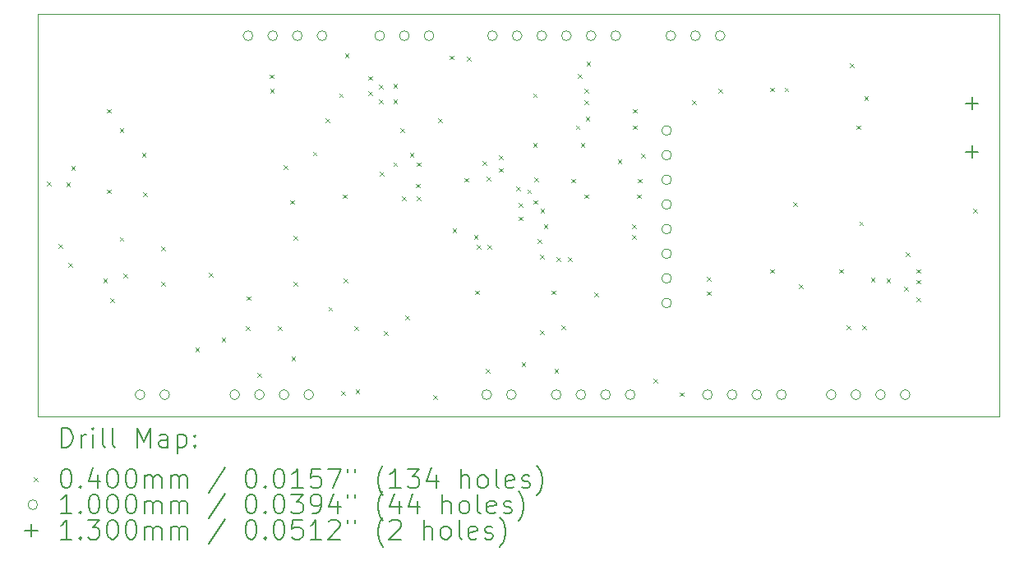
<source format=gbr>
%TF.GenerationSoftware,KiCad,Pcbnew,7.0.2-0*%
%TF.CreationDate,2024-03-04T00:44:29-08:00*%
%TF.ProjectId,EE156_4_Layer,45453135-365f-4345-9f4c-617965722e6b,rev?*%
%TF.SameCoordinates,Original*%
%TF.FileFunction,Drillmap*%
%TF.FilePolarity,Positive*%
%FSLAX45Y45*%
G04 Gerber Fmt 4.5, Leading zero omitted, Abs format (unit mm)*
G04 Created by KiCad (PCBNEW 7.0.2-0) date 2024-03-04 00:44:29*
%MOMM*%
%LPD*%
G01*
G04 APERTURE LIST*
%ADD10C,0.100000*%
%ADD11C,0.200000*%
%ADD12C,0.040000*%
%ADD13C,0.130000*%
G04 APERTURE END LIST*
D10*
X15500000Y-8700000D02*
X25400000Y-8700000D01*
X25400000Y-12850000D01*
X15500000Y-12850000D01*
X15500000Y-8700000D01*
D11*
D12*
X15590000Y-10430000D02*
X15630000Y-10470000D01*
X15630000Y-10430000D02*
X15590000Y-10470000D01*
X15710000Y-11070000D02*
X15750000Y-11110000D01*
X15750000Y-11070000D02*
X15710000Y-11110000D01*
X15790000Y-10440000D02*
X15830000Y-10480000D01*
X15830000Y-10440000D02*
X15790000Y-10480000D01*
X15810000Y-11270000D02*
X15850000Y-11310000D01*
X15850000Y-11270000D02*
X15810000Y-11310000D01*
X15840000Y-10270000D02*
X15880000Y-10310000D01*
X15880000Y-10270000D02*
X15840000Y-10310000D01*
X16170000Y-11430000D02*
X16210000Y-11470000D01*
X16210000Y-11430000D02*
X16170000Y-11470000D01*
X16207500Y-9680000D02*
X16247500Y-9720000D01*
X16247500Y-9680000D02*
X16207500Y-9720000D01*
X16210000Y-10510000D02*
X16250000Y-10550000D01*
X16250000Y-10510000D02*
X16210000Y-10550000D01*
X16240000Y-11630000D02*
X16280000Y-11670000D01*
X16280000Y-11630000D02*
X16240000Y-11670000D01*
X16340000Y-9880000D02*
X16380000Y-9920000D01*
X16380000Y-9880000D02*
X16340000Y-9920000D01*
X16340000Y-11000000D02*
X16380000Y-11040000D01*
X16380000Y-11000000D02*
X16340000Y-11040000D01*
X16380000Y-11380000D02*
X16420000Y-11420000D01*
X16420000Y-11380000D02*
X16380000Y-11420000D01*
X16570000Y-10130000D02*
X16610000Y-10170000D01*
X16610000Y-10130000D02*
X16570000Y-10170000D01*
X16580000Y-10540000D02*
X16620000Y-10580000D01*
X16620000Y-10540000D02*
X16580000Y-10580000D01*
X16770000Y-11100000D02*
X16810000Y-11140000D01*
X16810000Y-11100000D02*
X16770000Y-11140000D01*
X16770000Y-11460000D02*
X16810000Y-11500000D01*
X16810000Y-11460000D02*
X16770000Y-11500000D01*
X17120000Y-12140000D02*
X17160000Y-12180000D01*
X17160000Y-12140000D02*
X17120000Y-12180000D01*
X17260000Y-11370000D02*
X17300000Y-11410000D01*
X17300000Y-11370000D02*
X17260000Y-11410000D01*
X17390000Y-12040000D02*
X17430000Y-12080000D01*
X17430000Y-12040000D02*
X17390000Y-12080000D01*
X17640000Y-11920000D02*
X17680000Y-11960000D01*
X17680000Y-11920000D02*
X17640000Y-11960000D01*
X17650000Y-11610000D02*
X17690000Y-11650000D01*
X17690000Y-11610000D02*
X17650000Y-11650000D01*
X17760000Y-12400000D02*
X17800000Y-12440000D01*
X17800000Y-12400000D02*
X17760000Y-12440000D01*
X17883803Y-9325050D02*
X17923803Y-9365050D01*
X17923803Y-9325050D02*
X17883803Y-9365050D01*
X17890000Y-9470000D02*
X17930000Y-9510000D01*
X17930000Y-9470000D02*
X17890000Y-9510000D01*
X17970000Y-11920000D02*
X18010000Y-11960000D01*
X18010000Y-11920000D02*
X17970000Y-11960000D01*
X18030000Y-10260000D02*
X18070000Y-10300000D01*
X18070000Y-10260000D02*
X18030000Y-10300000D01*
X18100000Y-10620000D02*
X18140000Y-10660000D01*
X18140000Y-10620000D02*
X18100000Y-10660000D01*
X18110000Y-12230000D02*
X18150000Y-12270000D01*
X18150000Y-12230000D02*
X18110000Y-12270000D01*
X18130000Y-10990000D02*
X18170000Y-11030000D01*
X18170000Y-10990000D02*
X18130000Y-11030000D01*
X18130000Y-11460000D02*
X18170000Y-11500000D01*
X18170000Y-11460000D02*
X18130000Y-11500000D01*
X18330000Y-10120000D02*
X18370000Y-10160000D01*
X18370000Y-10120000D02*
X18330000Y-10160000D01*
X18460000Y-9780000D02*
X18500000Y-9820000D01*
X18500000Y-9780000D02*
X18460000Y-9820000D01*
X18490000Y-11720000D02*
X18530000Y-11760000D01*
X18530000Y-11720000D02*
X18490000Y-11760000D01*
X18600000Y-9520000D02*
X18640000Y-9560000D01*
X18640000Y-9520000D02*
X18600000Y-9560000D01*
X18620000Y-12590000D02*
X18660000Y-12630000D01*
X18660000Y-12590000D02*
X18620000Y-12630000D01*
X18640000Y-10560000D02*
X18680000Y-10600000D01*
X18680000Y-10560000D02*
X18640000Y-10600000D01*
X18650000Y-11430000D02*
X18690000Y-11470000D01*
X18690000Y-11430000D02*
X18650000Y-11470000D01*
X18660000Y-9110000D02*
X18700000Y-9150000D01*
X18700000Y-9110000D02*
X18660000Y-9150000D01*
X18760000Y-11920000D02*
X18800000Y-11960000D01*
X18800000Y-11920000D02*
X18760000Y-11960000D01*
X18770000Y-12570000D02*
X18810000Y-12610000D01*
X18810000Y-12570000D02*
X18770000Y-12610000D01*
X18900000Y-9340000D02*
X18940000Y-9380000D01*
X18940000Y-9340000D02*
X18900000Y-9380000D01*
X18900000Y-9500000D02*
X18940000Y-9540000D01*
X18940000Y-9500000D02*
X18900000Y-9540000D01*
X19010000Y-9430000D02*
X19050000Y-9470000D01*
X19050000Y-9430000D02*
X19010000Y-9470000D01*
X19010000Y-9580000D02*
X19050000Y-9620000D01*
X19050000Y-9580000D02*
X19010000Y-9620000D01*
X19020000Y-10330000D02*
X19060000Y-10370000D01*
X19060000Y-10330000D02*
X19020000Y-10370000D01*
X19060000Y-11970000D02*
X19100000Y-12010000D01*
X19100000Y-11970000D02*
X19060000Y-12010000D01*
X19160000Y-9420000D02*
X19200000Y-9460000D01*
X19200000Y-9420000D02*
X19160000Y-9460000D01*
X19160000Y-9580000D02*
X19200000Y-9620000D01*
X19200000Y-9580000D02*
X19160000Y-9620000D01*
X19160000Y-10230000D02*
X19200000Y-10270000D01*
X19200000Y-10230000D02*
X19160000Y-10270000D01*
X19232500Y-9877500D02*
X19272500Y-9917500D01*
X19272500Y-9877500D02*
X19232500Y-9917500D01*
X19250000Y-10580000D02*
X19290000Y-10620000D01*
X19290000Y-10580000D02*
X19250000Y-10620000D01*
X19280000Y-11810000D02*
X19320000Y-11850000D01*
X19320000Y-11810000D02*
X19280000Y-11850000D01*
X19330000Y-10130000D02*
X19370000Y-10170000D01*
X19370000Y-10130000D02*
X19330000Y-10170000D01*
X19390000Y-10450000D02*
X19430000Y-10490000D01*
X19430000Y-10450000D02*
X19390000Y-10490000D01*
X19400000Y-10230000D02*
X19440000Y-10270000D01*
X19440000Y-10230000D02*
X19400000Y-10270000D01*
X19400000Y-10580000D02*
X19440000Y-10620000D01*
X19440000Y-10580000D02*
X19400000Y-10620000D01*
X19570000Y-12630000D02*
X19610000Y-12670000D01*
X19610000Y-12630000D02*
X19570000Y-12670000D01*
X19620000Y-9780000D02*
X19660000Y-9820000D01*
X19660000Y-9780000D02*
X19620000Y-9820000D01*
X19740000Y-9130000D02*
X19780000Y-9170000D01*
X19780000Y-9130000D02*
X19740000Y-9170000D01*
X19770000Y-10910000D02*
X19810000Y-10950000D01*
X19810000Y-10910000D02*
X19770000Y-10950000D01*
X19890000Y-10390000D02*
X19930000Y-10430000D01*
X19930000Y-10390000D02*
X19890000Y-10430000D01*
X19920000Y-9140000D02*
X19960000Y-9180000D01*
X19960000Y-9140000D02*
X19920000Y-9180000D01*
X19990000Y-10980000D02*
X20030000Y-11020000D01*
X20030000Y-10980000D02*
X19990000Y-11020000D01*
X20000000Y-11550000D02*
X20040000Y-11590000D01*
X20040000Y-11550000D02*
X20000000Y-11590000D01*
X20020000Y-11080000D02*
X20060000Y-11120000D01*
X20060000Y-11080000D02*
X20020000Y-11120000D01*
X20080000Y-10220000D02*
X20120000Y-10260000D01*
X20120000Y-10220000D02*
X20080000Y-10260000D01*
X20110000Y-12360000D02*
X20150000Y-12400000D01*
X20150000Y-12360000D02*
X20110000Y-12400000D01*
X20120000Y-10380000D02*
X20160000Y-10420000D01*
X20160000Y-10380000D02*
X20120000Y-10420000D01*
X20130000Y-11080000D02*
X20170000Y-11120000D01*
X20170000Y-11080000D02*
X20130000Y-11120000D01*
X20250000Y-10160000D02*
X20290000Y-10200000D01*
X20290000Y-10160000D02*
X20250000Y-10200000D01*
X20250000Y-10290000D02*
X20290000Y-10330000D01*
X20290000Y-10290000D02*
X20250000Y-10330000D01*
X20425179Y-10478393D02*
X20465179Y-10518393D01*
X20465179Y-10478393D02*
X20425179Y-10518393D01*
X20450000Y-10650000D02*
X20490000Y-10690000D01*
X20490000Y-10650000D02*
X20450000Y-10690000D01*
X20450000Y-10790000D02*
X20490000Y-10830000D01*
X20490000Y-10790000D02*
X20450000Y-10830000D01*
X20480000Y-12290000D02*
X20520000Y-12330000D01*
X20520000Y-12290000D02*
X20480000Y-12330000D01*
X20540000Y-10510000D02*
X20580000Y-10550000D01*
X20580000Y-10510000D02*
X20540000Y-10550000D01*
X20600000Y-9520000D02*
X20640000Y-9560000D01*
X20640000Y-9520000D02*
X20600000Y-9560000D01*
X20600000Y-10030000D02*
X20640000Y-10070000D01*
X20640000Y-10030000D02*
X20600000Y-10070000D01*
X20602400Y-10619712D02*
X20642400Y-10659712D01*
X20642400Y-10619712D02*
X20602400Y-10659712D01*
X20612372Y-10388006D02*
X20652372Y-10428006D01*
X20652372Y-10388006D02*
X20612372Y-10428006D01*
X20647350Y-11020000D02*
X20687350Y-11060000D01*
X20687350Y-11020000D02*
X20647350Y-11060000D01*
X20670000Y-11180000D02*
X20710000Y-11220000D01*
X20710000Y-11180000D02*
X20670000Y-11220000D01*
X20670000Y-11960000D02*
X20710000Y-12000000D01*
X20710000Y-11960000D02*
X20670000Y-12000000D01*
X20674850Y-10710000D02*
X20714850Y-10750000D01*
X20714850Y-10710000D02*
X20674850Y-10750000D01*
X20710000Y-10870000D02*
X20750000Y-10910000D01*
X20750000Y-10870000D02*
X20710000Y-10910000D01*
X20790000Y-11550000D02*
X20830000Y-11590000D01*
X20830000Y-11550000D02*
X20790000Y-11590000D01*
X20820000Y-12360000D02*
X20860000Y-12400000D01*
X20860000Y-12360000D02*
X20820000Y-12400000D01*
X20840000Y-11210000D02*
X20880000Y-11250000D01*
X20880000Y-11210000D02*
X20840000Y-11250000D01*
X20890000Y-11910000D02*
X20930000Y-11950000D01*
X20930000Y-11910000D02*
X20890000Y-11950000D01*
X20960000Y-11210000D02*
X21000000Y-11250000D01*
X21000000Y-11210000D02*
X20960000Y-11250000D01*
X20990000Y-10400000D02*
X21030000Y-10440000D01*
X21030000Y-10400000D02*
X20990000Y-10440000D01*
X21040000Y-9850000D02*
X21080000Y-9890000D01*
X21080000Y-9850000D02*
X21040000Y-9890000D01*
X21060000Y-9320000D02*
X21100000Y-9360000D01*
X21100000Y-9320000D02*
X21060000Y-9360000D01*
X21090000Y-10030000D02*
X21130000Y-10070000D01*
X21130000Y-10030000D02*
X21090000Y-10070000D01*
X21130000Y-9470000D02*
X21170000Y-9510000D01*
X21170000Y-9470000D02*
X21130000Y-9510000D01*
X21130000Y-9590000D02*
X21170000Y-9630000D01*
X21170000Y-9590000D02*
X21130000Y-9630000D01*
X21130000Y-10560000D02*
X21170000Y-10600000D01*
X21170000Y-10560000D02*
X21130000Y-10600000D01*
X21140000Y-9760000D02*
X21180000Y-9800000D01*
X21180000Y-9760000D02*
X21140000Y-9800000D01*
X21150000Y-9190000D02*
X21190000Y-9230000D01*
X21190000Y-9190000D02*
X21150000Y-9230000D01*
X21230000Y-11570000D02*
X21270000Y-11610000D01*
X21270000Y-11570000D02*
X21230000Y-11610000D01*
X21470000Y-10200000D02*
X21510000Y-10240000D01*
X21510000Y-10200000D02*
X21470000Y-10240000D01*
X21620000Y-10870000D02*
X21660000Y-10910000D01*
X21660000Y-10870000D02*
X21620000Y-10910000D01*
X21620000Y-10980000D02*
X21660000Y-11020000D01*
X21660000Y-10980000D02*
X21620000Y-11020000D01*
X21630000Y-9680000D02*
X21670000Y-9720000D01*
X21670000Y-9680000D02*
X21630000Y-9720000D01*
X21630000Y-9850000D02*
X21670000Y-9890000D01*
X21670000Y-9850000D02*
X21630000Y-9890000D01*
X21670000Y-10560000D02*
X21710000Y-10600000D01*
X21710000Y-10560000D02*
X21670000Y-10600000D01*
X21680000Y-10400000D02*
X21720000Y-10440000D01*
X21720000Y-10400000D02*
X21680000Y-10440000D01*
X21710000Y-10140000D02*
X21750000Y-10180000D01*
X21750000Y-10140000D02*
X21710000Y-10180000D01*
X21840000Y-12460000D02*
X21880000Y-12500000D01*
X21880000Y-12460000D02*
X21840000Y-12500000D01*
X22110000Y-12600000D02*
X22150000Y-12640000D01*
X22150000Y-12600000D02*
X22110000Y-12640000D01*
X22240000Y-9590000D02*
X22280000Y-9630000D01*
X22280000Y-9590000D02*
X22240000Y-9630000D01*
X22390000Y-11410000D02*
X22430000Y-11450000D01*
X22430000Y-11410000D02*
X22390000Y-11450000D01*
X22390000Y-11560000D02*
X22430000Y-11600000D01*
X22430000Y-11560000D02*
X22390000Y-11600000D01*
X22510000Y-9470000D02*
X22550000Y-9510000D01*
X22550000Y-9470000D02*
X22510000Y-9510000D01*
X23040000Y-9460000D02*
X23080000Y-9500000D01*
X23080000Y-9460000D02*
X23040000Y-9500000D01*
X23040000Y-11330000D02*
X23080000Y-11370000D01*
X23080000Y-11330000D02*
X23040000Y-11370000D01*
X23190000Y-9460000D02*
X23230000Y-9500000D01*
X23230000Y-9460000D02*
X23190000Y-9500000D01*
X23280000Y-10640000D02*
X23320000Y-10680000D01*
X23320000Y-10640000D02*
X23280000Y-10680000D01*
X23340000Y-11490000D02*
X23380000Y-11530000D01*
X23380000Y-11490000D02*
X23340000Y-11530000D01*
X23750000Y-11330000D02*
X23790000Y-11370000D01*
X23790000Y-11330000D02*
X23750000Y-11370000D01*
X23830000Y-11910000D02*
X23870000Y-11950000D01*
X23870000Y-11910000D02*
X23830000Y-11950000D01*
X23860000Y-9210000D02*
X23900000Y-9250000D01*
X23900000Y-9210000D02*
X23860000Y-9250000D01*
X23930000Y-9850000D02*
X23970000Y-9890000D01*
X23970000Y-9850000D02*
X23930000Y-9890000D01*
X23960000Y-10840000D02*
X24000000Y-10880000D01*
X24000000Y-10840000D02*
X23960000Y-10880000D01*
X23990000Y-11910000D02*
X24030000Y-11950000D01*
X24030000Y-11910000D02*
X23990000Y-11950000D01*
X24010000Y-9550000D02*
X24050000Y-9590000D01*
X24050000Y-9550000D02*
X24010000Y-9590000D01*
X24080000Y-11420000D02*
X24120000Y-11460000D01*
X24120000Y-11420000D02*
X24080000Y-11460000D01*
X24240000Y-11430000D02*
X24280000Y-11470000D01*
X24280000Y-11430000D02*
X24240000Y-11470000D01*
X24420000Y-11510000D02*
X24460000Y-11550000D01*
X24460000Y-11510000D02*
X24420000Y-11550000D01*
X24440000Y-11160000D02*
X24480000Y-11200000D01*
X24480000Y-11160000D02*
X24440000Y-11200000D01*
X24550000Y-11330000D02*
X24590000Y-11370000D01*
X24590000Y-11330000D02*
X24550000Y-11370000D01*
X24550000Y-11440000D02*
X24590000Y-11480000D01*
X24590000Y-11440000D02*
X24550000Y-11480000D01*
X24550000Y-11620000D02*
X24590000Y-11660000D01*
X24590000Y-11620000D02*
X24550000Y-11660000D01*
X25130000Y-10710000D02*
X25170000Y-10750000D01*
X25170000Y-10710000D02*
X25130000Y-10750000D01*
D10*
X16600000Y-12625000D02*
G75*
G03*
X16600000Y-12625000I-50000J0D01*
G01*
X16854000Y-12625000D02*
G75*
G03*
X16854000Y-12625000I-50000J0D01*
G01*
X17575000Y-12625000D02*
G75*
G03*
X17575000Y-12625000I-50000J0D01*
G01*
X17713000Y-8925000D02*
G75*
G03*
X17713000Y-8925000I-50000J0D01*
G01*
X17829000Y-12625000D02*
G75*
G03*
X17829000Y-12625000I-50000J0D01*
G01*
X17967000Y-8925000D02*
G75*
G03*
X17967000Y-8925000I-50000J0D01*
G01*
X18083000Y-12625000D02*
G75*
G03*
X18083000Y-12625000I-50000J0D01*
G01*
X18221000Y-8925000D02*
G75*
G03*
X18221000Y-8925000I-50000J0D01*
G01*
X18337000Y-12625000D02*
G75*
G03*
X18337000Y-12625000I-50000J0D01*
G01*
X18475000Y-8925000D02*
G75*
G03*
X18475000Y-8925000I-50000J0D01*
G01*
X19069500Y-8925000D02*
G75*
G03*
X19069500Y-8925000I-50000J0D01*
G01*
X19323500Y-8925000D02*
G75*
G03*
X19323500Y-8925000I-50000J0D01*
G01*
X19577500Y-8925000D02*
G75*
G03*
X19577500Y-8925000I-50000J0D01*
G01*
X20171000Y-12625000D02*
G75*
G03*
X20171000Y-12625000I-50000J0D01*
G01*
X20230000Y-8925000D02*
G75*
G03*
X20230000Y-8925000I-50000J0D01*
G01*
X20425000Y-12625000D02*
G75*
G03*
X20425000Y-12625000I-50000J0D01*
G01*
X20484000Y-8925000D02*
G75*
G03*
X20484000Y-8925000I-50000J0D01*
G01*
X20738000Y-8925000D02*
G75*
G03*
X20738000Y-8925000I-50000J0D01*
G01*
X20888000Y-12625000D02*
G75*
G03*
X20888000Y-12625000I-50000J0D01*
G01*
X20992000Y-8925000D02*
G75*
G03*
X20992000Y-8925000I-50000J0D01*
G01*
X21142000Y-12625000D02*
G75*
G03*
X21142000Y-12625000I-50000J0D01*
G01*
X21246000Y-8925000D02*
G75*
G03*
X21246000Y-8925000I-50000J0D01*
G01*
X21396000Y-12625000D02*
G75*
G03*
X21396000Y-12625000I-50000J0D01*
G01*
X21500000Y-8925000D02*
G75*
G03*
X21500000Y-8925000I-50000J0D01*
G01*
X21650000Y-12625000D02*
G75*
G03*
X21650000Y-12625000I-50000J0D01*
G01*
X22025000Y-9901000D02*
G75*
G03*
X22025000Y-9901000I-50000J0D01*
G01*
X22025000Y-10155000D02*
G75*
G03*
X22025000Y-10155000I-50000J0D01*
G01*
X22025000Y-10409000D02*
G75*
G03*
X22025000Y-10409000I-50000J0D01*
G01*
X22025000Y-10663000D02*
G75*
G03*
X22025000Y-10663000I-50000J0D01*
G01*
X22025000Y-10917000D02*
G75*
G03*
X22025000Y-10917000I-50000J0D01*
G01*
X22025000Y-11171000D02*
G75*
G03*
X22025000Y-11171000I-50000J0D01*
G01*
X22025000Y-11425000D02*
G75*
G03*
X22025000Y-11425000I-50000J0D01*
G01*
X22025000Y-11679000D02*
G75*
G03*
X22025000Y-11679000I-50000J0D01*
G01*
X22067000Y-8925000D02*
G75*
G03*
X22067000Y-8925000I-50000J0D01*
G01*
X22321000Y-8925000D02*
G75*
G03*
X22321000Y-8925000I-50000J0D01*
G01*
X22446000Y-12625000D02*
G75*
G03*
X22446000Y-12625000I-50000J0D01*
G01*
X22575000Y-8925000D02*
G75*
G03*
X22575000Y-8925000I-50000J0D01*
G01*
X22700000Y-12625000D02*
G75*
G03*
X22700000Y-12625000I-50000J0D01*
G01*
X22954000Y-12625000D02*
G75*
G03*
X22954000Y-12625000I-50000J0D01*
G01*
X23208000Y-12625000D02*
G75*
G03*
X23208000Y-12625000I-50000J0D01*
G01*
X23721000Y-12625000D02*
G75*
G03*
X23721000Y-12625000I-50000J0D01*
G01*
X23975000Y-12625000D02*
G75*
G03*
X23975000Y-12625000I-50000J0D01*
G01*
X24229000Y-12625000D02*
G75*
G03*
X24229000Y-12625000I-50000J0D01*
G01*
X24483000Y-12625000D02*
G75*
G03*
X24483000Y-12625000I-50000J0D01*
G01*
D13*
X25120000Y-9555000D02*
X25120000Y-9685000D01*
X25055000Y-9620000D02*
X25185000Y-9620000D01*
X25120000Y-10055000D02*
X25120000Y-10185000D01*
X25055000Y-10120000D02*
X25185000Y-10120000D01*
D11*
X15742619Y-13167524D02*
X15742619Y-12967524D01*
X15742619Y-12967524D02*
X15790238Y-12967524D01*
X15790238Y-12967524D02*
X15818809Y-12977048D01*
X15818809Y-12977048D02*
X15837857Y-12996095D01*
X15837857Y-12996095D02*
X15847381Y-13015143D01*
X15847381Y-13015143D02*
X15856905Y-13053238D01*
X15856905Y-13053238D02*
X15856905Y-13081809D01*
X15856905Y-13081809D02*
X15847381Y-13119905D01*
X15847381Y-13119905D02*
X15837857Y-13138952D01*
X15837857Y-13138952D02*
X15818809Y-13158000D01*
X15818809Y-13158000D02*
X15790238Y-13167524D01*
X15790238Y-13167524D02*
X15742619Y-13167524D01*
X15942619Y-13167524D02*
X15942619Y-13034190D01*
X15942619Y-13072286D02*
X15952143Y-13053238D01*
X15952143Y-13053238D02*
X15961667Y-13043714D01*
X15961667Y-13043714D02*
X15980714Y-13034190D01*
X15980714Y-13034190D02*
X15999762Y-13034190D01*
X16066428Y-13167524D02*
X16066428Y-13034190D01*
X16066428Y-12967524D02*
X16056905Y-12977048D01*
X16056905Y-12977048D02*
X16066428Y-12986571D01*
X16066428Y-12986571D02*
X16075952Y-12977048D01*
X16075952Y-12977048D02*
X16066428Y-12967524D01*
X16066428Y-12967524D02*
X16066428Y-12986571D01*
X16190238Y-13167524D02*
X16171190Y-13158000D01*
X16171190Y-13158000D02*
X16161667Y-13138952D01*
X16161667Y-13138952D02*
X16161667Y-12967524D01*
X16295000Y-13167524D02*
X16275952Y-13158000D01*
X16275952Y-13158000D02*
X16266428Y-13138952D01*
X16266428Y-13138952D02*
X16266428Y-12967524D01*
X16523571Y-13167524D02*
X16523571Y-12967524D01*
X16523571Y-12967524D02*
X16590238Y-13110381D01*
X16590238Y-13110381D02*
X16656905Y-12967524D01*
X16656905Y-12967524D02*
X16656905Y-13167524D01*
X16837857Y-13167524D02*
X16837857Y-13062762D01*
X16837857Y-13062762D02*
X16828333Y-13043714D01*
X16828333Y-13043714D02*
X16809286Y-13034190D01*
X16809286Y-13034190D02*
X16771190Y-13034190D01*
X16771190Y-13034190D02*
X16752143Y-13043714D01*
X16837857Y-13158000D02*
X16818810Y-13167524D01*
X16818810Y-13167524D02*
X16771190Y-13167524D01*
X16771190Y-13167524D02*
X16752143Y-13158000D01*
X16752143Y-13158000D02*
X16742619Y-13138952D01*
X16742619Y-13138952D02*
X16742619Y-13119905D01*
X16742619Y-13119905D02*
X16752143Y-13100857D01*
X16752143Y-13100857D02*
X16771190Y-13091333D01*
X16771190Y-13091333D02*
X16818810Y-13091333D01*
X16818810Y-13091333D02*
X16837857Y-13081809D01*
X16933095Y-13034190D02*
X16933095Y-13234190D01*
X16933095Y-13043714D02*
X16952143Y-13034190D01*
X16952143Y-13034190D02*
X16990238Y-13034190D01*
X16990238Y-13034190D02*
X17009286Y-13043714D01*
X17009286Y-13043714D02*
X17018810Y-13053238D01*
X17018810Y-13053238D02*
X17028333Y-13072286D01*
X17028333Y-13072286D02*
X17028333Y-13129428D01*
X17028333Y-13129428D02*
X17018810Y-13148476D01*
X17018810Y-13148476D02*
X17009286Y-13158000D01*
X17009286Y-13158000D02*
X16990238Y-13167524D01*
X16990238Y-13167524D02*
X16952143Y-13167524D01*
X16952143Y-13167524D02*
X16933095Y-13158000D01*
X17114048Y-13148476D02*
X17123571Y-13158000D01*
X17123571Y-13158000D02*
X17114048Y-13167524D01*
X17114048Y-13167524D02*
X17104524Y-13158000D01*
X17104524Y-13158000D02*
X17114048Y-13148476D01*
X17114048Y-13148476D02*
X17114048Y-13167524D01*
X17114048Y-13043714D02*
X17123571Y-13053238D01*
X17123571Y-13053238D02*
X17114048Y-13062762D01*
X17114048Y-13062762D02*
X17104524Y-13053238D01*
X17104524Y-13053238D02*
X17114048Y-13043714D01*
X17114048Y-13043714D02*
X17114048Y-13062762D01*
D12*
X15455000Y-13475000D02*
X15495000Y-13515000D01*
X15495000Y-13475000D02*
X15455000Y-13515000D01*
D11*
X15780714Y-13387524D02*
X15799762Y-13387524D01*
X15799762Y-13387524D02*
X15818809Y-13397048D01*
X15818809Y-13397048D02*
X15828333Y-13406571D01*
X15828333Y-13406571D02*
X15837857Y-13425619D01*
X15837857Y-13425619D02*
X15847381Y-13463714D01*
X15847381Y-13463714D02*
X15847381Y-13511333D01*
X15847381Y-13511333D02*
X15837857Y-13549428D01*
X15837857Y-13549428D02*
X15828333Y-13568476D01*
X15828333Y-13568476D02*
X15818809Y-13578000D01*
X15818809Y-13578000D02*
X15799762Y-13587524D01*
X15799762Y-13587524D02*
X15780714Y-13587524D01*
X15780714Y-13587524D02*
X15761667Y-13578000D01*
X15761667Y-13578000D02*
X15752143Y-13568476D01*
X15752143Y-13568476D02*
X15742619Y-13549428D01*
X15742619Y-13549428D02*
X15733095Y-13511333D01*
X15733095Y-13511333D02*
X15733095Y-13463714D01*
X15733095Y-13463714D02*
X15742619Y-13425619D01*
X15742619Y-13425619D02*
X15752143Y-13406571D01*
X15752143Y-13406571D02*
X15761667Y-13397048D01*
X15761667Y-13397048D02*
X15780714Y-13387524D01*
X15933095Y-13568476D02*
X15942619Y-13578000D01*
X15942619Y-13578000D02*
X15933095Y-13587524D01*
X15933095Y-13587524D02*
X15923571Y-13578000D01*
X15923571Y-13578000D02*
X15933095Y-13568476D01*
X15933095Y-13568476D02*
X15933095Y-13587524D01*
X16114048Y-13454190D02*
X16114048Y-13587524D01*
X16066428Y-13378000D02*
X16018809Y-13520857D01*
X16018809Y-13520857D02*
X16142619Y-13520857D01*
X16256905Y-13387524D02*
X16275952Y-13387524D01*
X16275952Y-13387524D02*
X16295000Y-13397048D01*
X16295000Y-13397048D02*
X16304524Y-13406571D01*
X16304524Y-13406571D02*
X16314048Y-13425619D01*
X16314048Y-13425619D02*
X16323571Y-13463714D01*
X16323571Y-13463714D02*
X16323571Y-13511333D01*
X16323571Y-13511333D02*
X16314048Y-13549428D01*
X16314048Y-13549428D02*
X16304524Y-13568476D01*
X16304524Y-13568476D02*
X16295000Y-13578000D01*
X16295000Y-13578000D02*
X16275952Y-13587524D01*
X16275952Y-13587524D02*
X16256905Y-13587524D01*
X16256905Y-13587524D02*
X16237857Y-13578000D01*
X16237857Y-13578000D02*
X16228333Y-13568476D01*
X16228333Y-13568476D02*
X16218809Y-13549428D01*
X16218809Y-13549428D02*
X16209286Y-13511333D01*
X16209286Y-13511333D02*
X16209286Y-13463714D01*
X16209286Y-13463714D02*
X16218809Y-13425619D01*
X16218809Y-13425619D02*
X16228333Y-13406571D01*
X16228333Y-13406571D02*
X16237857Y-13397048D01*
X16237857Y-13397048D02*
X16256905Y-13387524D01*
X16447381Y-13387524D02*
X16466429Y-13387524D01*
X16466429Y-13387524D02*
X16485476Y-13397048D01*
X16485476Y-13397048D02*
X16495000Y-13406571D01*
X16495000Y-13406571D02*
X16504524Y-13425619D01*
X16504524Y-13425619D02*
X16514048Y-13463714D01*
X16514048Y-13463714D02*
X16514048Y-13511333D01*
X16514048Y-13511333D02*
X16504524Y-13549428D01*
X16504524Y-13549428D02*
X16495000Y-13568476D01*
X16495000Y-13568476D02*
X16485476Y-13578000D01*
X16485476Y-13578000D02*
X16466429Y-13587524D01*
X16466429Y-13587524D02*
X16447381Y-13587524D01*
X16447381Y-13587524D02*
X16428333Y-13578000D01*
X16428333Y-13578000D02*
X16418809Y-13568476D01*
X16418809Y-13568476D02*
X16409286Y-13549428D01*
X16409286Y-13549428D02*
X16399762Y-13511333D01*
X16399762Y-13511333D02*
X16399762Y-13463714D01*
X16399762Y-13463714D02*
X16409286Y-13425619D01*
X16409286Y-13425619D02*
X16418809Y-13406571D01*
X16418809Y-13406571D02*
X16428333Y-13397048D01*
X16428333Y-13397048D02*
X16447381Y-13387524D01*
X16599762Y-13587524D02*
X16599762Y-13454190D01*
X16599762Y-13473238D02*
X16609286Y-13463714D01*
X16609286Y-13463714D02*
X16628333Y-13454190D01*
X16628333Y-13454190D02*
X16656905Y-13454190D01*
X16656905Y-13454190D02*
X16675952Y-13463714D01*
X16675952Y-13463714D02*
X16685476Y-13482762D01*
X16685476Y-13482762D02*
X16685476Y-13587524D01*
X16685476Y-13482762D02*
X16695000Y-13463714D01*
X16695000Y-13463714D02*
X16714048Y-13454190D01*
X16714048Y-13454190D02*
X16742619Y-13454190D01*
X16742619Y-13454190D02*
X16761667Y-13463714D01*
X16761667Y-13463714D02*
X16771190Y-13482762D01*
X16771190Y-13482762D02*
X16771190Y-13587524D01*
X16866429Y-13587524D02*
X16866429Y-13454190D01*
X16866429Y-13473238D02*
X16875952Y-13463714D01*
X16875952Y-13463714D02*
X16895000Y-13454190D01*
X16895000Y-13454190D02*
X16923572Y-13454190D01*
X16923572Y-13454190D02*
X16942619Y-13463714D01*
X16942619Y-13463714D02*
X16952143Y-13482762D01*
X16952143Y-13482762D02*
X16952143Y-13587524D01*
X16952143Y-13482762D02*
X16961667Y-13463714D01*
X16961667Y-13463714D02*
X16980714Y-13454190D01*
X16980714Y-13454190D02*
X17009286Y-13454190D01*
X17009286Y-13454190D02*
X17028333Y-13463714D01*
X17028333Y-13463714D02*
X17037857Y-13482762D01*
X17037857Y-13482762D02*
X17037857Y-13587524D01*
X17428333Y-13378000D02*
X17256905Y-13635143D01*
X17685476Y-13387524D02*
X17704524Y-13387524D01*
X17704524Y-13387524D02*
X17723572Y-13397048D01*
X17723572Y-13397048D02*
X17733095Y-13406571D01*
X17733095Y-13406571D02*
X17742619Y-13425619D01*
X17742619Y-13425619D02*
X17752143Y-13463714D01*
X17752143Y-13463714D02*
X17752143Y-13511333D01*
X17752143Y-13511333D02*
X17742619Y-13549428D01*
X17742619Y-13549428D02*
X17733095Y-13568476D01*
X17733095Y-13568476D02*
X17723572Y-13578000D01*
X17723572Y-13578000D02*
X17704524Y-13587524D01*
X17704524Y-13587524D02*
X17685476Y-13587524D01*
X17685476Y-13587524D02*
X17666429Y-13578000D01*
X17666429Y-13578000D02*
X17656905Y-13568476D01*
X17656905Y-13568476D02*
X17647381Y-13549428D01*
X17647381Y-13549428D02*
X17637857Y-13511333D01*
X17637857Y-13511333D02*
X17637857Y-13463714D01*
X17637857Y-13463714D02*
X17647381Y-13425619D01*
X17647381Y-13425619D02*
X17656905Y-13406571D01*
X17656905Y-13406571D02*
X17666429Y-13397048D01*
X17666429Y-13397048D02*
X17685476Y-13387524D01*
X17837857Y-13568476D02*
X17847381Y-13578000D01*
X17847381Y-13578000D02*
X17837857Y-13587524D01*
X17837857Y-13587524D02*
X17828334Y-13578000D01*
X17828334Y-13578000D02*
X17837857Y-13568476D01*
X17837857Y-13568476D02*
X17837857Y-13587524D01*
X17971191Y-13387524D02*
X17990238Y-13387524D01*
X17990238Y-13387524D02*
X18009286Y-13397048D01*
X18009286Y-13397048D02*
X18018810Y-13406571D01*
X18018810Y-13406571D02*
X18028334Y-13425619D01*
X18028334Y-13425619D02*
X18037857Y-13463714D01*
X18037857Y-13463714D02*
X18037857Y-13511333D01*
X18037857Y-13511333D02*
X18028334Y-13549428D01*
X18028334Y-13549428D02*
X18018810Y-13568476D01*
X18018810Y-13568476D02*
X18009286Y-13578000D01*
X18009286Y-13578000D02*
X17990238Y-13587524D01*
X17990238Y-13587524D02*
X17971191Y-13587524D01*
X17971191Y-13587524D02*
X17952143Y-13578000D01*
X17952143Y-13578000D02*
X17942619Y-13568476D01*
X17942619Y-13568476D02*
X17933095Y-13549428D01*
X17933095Y-13549428D02*
X17923572Y-13511333D01*
X17923572Y-13511333D02*
X17923572Y-13463714D01*
X17923572Y-13463714D02*
X17933095Y-13425619D01*
X17933095Y-13425619D02*
X17942619Y-13406571D01*
X17942619Y-13406571D02*
X17952143Y-13397048D01*
X17952143Y-13397048D02*
X17971191Y-13387524D01*
X18228334Y-13587524D02*
X18114048Y-13587524D01*
X18171191Y-13587524D02*
X18171191Y-13387524D01*
X18171191Y-13387524D02*
X18152143Y-13416095D01*
X18152143Y-13416095D02*
X18133095Y-13435143D01*
X18133095Y-13435143D02*
X18114048Y-13444667D01*
X18409286Y-13387524D02*
X18314048Y-13387524D01*
X18314048Y-13387524D02*
X18304524Y-13482762D01*
X18304524Y-13482762D02*
X18314048Y-13473238D01*
X18314048Y-13473238D02*
X18333095Y-13463714D01*
X18333095Y-13463714D02*
X18380715Y-13463714D01*
X18380715Y-13463714D02*
X18399762Y-13473238D01*
X18399762Y-13473238D02*
X18409286Y-13482762D01*
X18409286Y-13482762D02*
X18418810Y-13501809D01*
X18418810Y-13501809D02*
X18418810Y-13549428D01*
X18418810Y-13549428D02*
X18409286Y-13568476D01*
X18409286Y-13568476D02*
X18399762Y-13578000D01*
X18399762Y-13578000D02*
X18380715Y-13587524D01*
X18380715Y-13587524D02*
X18333095Y-13587524D01*
X18333095Y-13587524D02*
X18314048Y-13578000D01*
X18314048Y-13578000D02*
X18304524Y-13568476D01*
X18485476Y-13387524D02*
X18618810Y-13387524D01*
X18618810Y-13387524D02*
X18533095Y-13587524D01*
X18685476Y-13387524D02*
X18685476Y-13425619D01*
X18761667Y-13387524D02*
X18761667Y-13425619D01*
X19056905Y-13663714D02*
X19047381Y-13654190D01*
X19047381Y-13654190D02*
X19028334Y-13625619D01*
X19028334Y-13625619D02*
X19018810Y-13606571D01*
X19018810Y-13606571D02*
X19009286Y-13578000D01*
X19009286Y-13578000D02*
X18999762Y-13530381D01*
X18999762Y-13530381D02*
X18999762Y-13492286D01*
X18999762Y-13492286D02*
X19009286Y-13444667D01*
X19009286Y-13444667D02*
X19018810Y-13416095D01*
X19018810Y-13416095D02*
X19028334Y-13397048D01*
X19028334Y-13397048D02*
X19047381Y-13368476D01*
X19047381Y-13368476D02*
X19056905Y-13358952D01*
X19237857Y-13587524D02*
X19123572Y-13587524D01*
X19180715Y-13587524D02*
X19180715Y-13387524D01*
X19180715Y-13387524D02*
X19161667Y-13416095D01*
X19161667Y-13416095D02*
X19142619Y-13435143D01*
X19142619Y-13435143D02*
X19123572Y-13444667D01*
X19304524Y-13387524D02*
X19428334Y-13387524D01*
X19428334Y-13387524D02*
X19361667Y-13463714D01*
X19361667Y-13463714D02*
X19390238Y-13463714D01*
X19390238Y-13463714D02*
X19409286Y-13473238D01*
X19409286Y-13473238D02*
X19418810Y-13482762D01*
X19418810Y-13482762D02*
X19428334Y-13501809D01*
X19428334Y-13501809D02*
X19428334Y-13549428D01*
X19428334Y-13549428D02*
X19418810Y-13568476D01*
X19418810Y-13568476D02*
X19409286Y-13578000D01*
X19409286Y-13578000D02*
X19390238Y-13587524D01*
X19390238Y-13587524D02*
X19333096Y-13587524D01*
X19333096Y-13587524D02*
X19314048Y-13578000D01*
X19314048Y-13578000D02*
X19304524Y-13568476D01*
X19599762Y-13454190D02*
X19599762Y-13587524D01*
X19552143Y-13378000D02*
X19504524Y-13520857D01*
X19504524Y-13520857D02*
X19628334Y-13520857D01*
X19856905Y-13587524D02*
X19856905Y-13387524D01*
X19942619Y-13587524D02*
X19942619Y-13482762D01*
X19942619Y-13482762D02*
X19933096Y-13463714D01*
X19933096Y-13463714D02*
X19914048Y-13454190D01*
X19914048Y-13454190D02*
X19885477Y-13454190D01*
X19885477Y-13454190D02*
X19866429Y-13463714D01*
X19866429Y-13463714D02*
X19856905Y-13473238D01*
X20066429Y-13587524D02*
X20047381Y-13578000D01*
X20047381Y-13578000D02*
X20037858Y-13568476D01*
X20037858Y-13568476D02*
X20028334Y-13549428D01*
X20028334Y-13549428D02*
X20028334Y-13492286D01*
X20028334Y-13492286D02*
X20037858Y-13473238D01*
X20037858Y-13473238D02*
X20047381Y-13463714D01*
X20047381Y-13463714D02*
X20066429Y-13454190D01*
X20066429Y-13454190D02*
X20095000Y-13454190D01*
X20095000Y-13454190D02*
X20114048Y-13463714D01*
X20114048Y-13463714D02*
X20123572Y-13473238D01*
X20123572Y-13473238D02*
X20133096Y-13492286D01*
X20133096Y-13492286D02*
X20133096Y-13549428D01*
X20133096Y-13549428D02*
X20123572Y-13568476D01*
X20123572Y-13568476D02*
X20114048Y-13578000D01*
X20114048Y-13578000D02*
X20095000Y-13587524D01*
X20095000Y-13587524D02*
X20066429Y-13587524D01*
X20247381Y-13587524D02*
X20228334Y-13578000D01*
X20228334Y-13578000D02*
X20218810Y-13558952D01*
X20218810Y-13558952D02*
X20218810Y-13387524D01*
X20399762Y-13578000D02*
X20380715Y-13587524D01*
X20380715Y-13587524D02*
X20342619Y-13587524D01*
X20342619Y-13587524D02*
X20323572Y-13578000D01*
X20323572Y-13578000D02*
X20314048Y-13558952D01*
X20314048Y-13558952D02*
X20314048Y-13482762D01*
X20314048Y-13482762D02*
X20323572Y-13463714D01*
X20323572Y-13463714D02*
X20342619Y-13454190D01*
X20342619Y-13454190D02*
X20380715Y-13454190D01*
X20380715Y-13454190D02*
X20399762Y-13463714D01*
X20399762Y-13463714D02*
X20409286Y-13482762D01*
X20409286Y-13482762D02*
X20409286Y-13501809D01*
X20409286Y-13501809D02*
X20314048Y-13520857D01*
X20485477Y-13578000D02*
X20504524Y-13587524D01*
X20504524Y-13587524D02*
X20542619Y-13587524D01*
X20542619Y-13587524D02*
X20561667Y-13578000D01*
X20561667Y-13578000D02*
X20571191Y-13558952D01*
X20571191Y-13558952D02*
X20571191Y-13549428D01*
X20571191Y-13549428D02*
X20561667Y-13530381D01*
X20561667Y-13530381D02*
X20542619Y-13520857D01*
X20542619Y-13520857D02*
X20514048Y-13520857D01*
X20514048Y-13520857D02*
X20495000Y-13511333D01*
X20495000Y-13511333D02*
X20485477Y-13492286D01*
X20485477Y-13492286D02*
X20485477Y-13482762D01*
X20485477Y-13482762D02*
X20495000Y-13463714D01*
X20495000Y-13463714D02*
X20514048Y-13454190D01*
X20514048Y-13454190D02*
X20542619Y-13454190D01*
X20542619Y-13454190D02*
X20561667Y-13463714D01*
X20637858Y-13663714D02*
X20647381Y-13654190D01*
X20647381Y-13654190D02*
X20666429Y-13625619D01*
X20666429Y-13625619D02*
X20675953Y-13606571D01*
X20675953Y-13606571D02*
X20685477Y-13578000D01*
X20685477Y-13578000D02*
X20695000Y-13530381D01*
X20695000Y-13530381D02*
X20695000Y-13492286D01*
X20695000Y-13492286D02*
X20685477Y-13444667D01*
X20685477Y-13444667D02*
X20675953Y-13416095D01*
X20675953Y-13416095D02*
X20666429Y-13397048D01*
X20666429Y-13397048D02*
X20647381Y-13368476D01*
X20647381Y-13368476D02*
X20637858Y-13358952D01*
D10*
X15495000Y-13759000D02*
G75*
G03*
X15495000Y-13759000I-50000J0D01*
G01*
D11*
X15847381Y-13851524D02*
X15733095Y-13851524D01*
X15790238Y-13851524D02*
X15790238Y-13651524D01*
X15790238Y-13651524D02*
X15771190Y-13680095D01*
X15771190Y-13680095D02*
X15752143Y-13699143D01*
X15752143Y-13699143D02*
X15733095Y-13708667D01*
X15933095Y-13832476D02*
X15942619Y-13842000D01*
X15942619Y-13842000D02*
X15933095Y-13851524D01*
X15933095Y-13851524D02*
X15923571Y-13842000D01*
X15923571Y-13842000D02*
X15933095Y-13832476D01*
X15933095Y-13832476D02*
X15933095Y-13851524D01*
X16066428Y-13651524D02*
X16085476Y-13651524D01*
X16085476Y-13651524D02*
X16104524Y-13661048D01*
X16104524Y-13661048D02*
X16114048Y-13670571D01*
X16114048Y-13670571D02*
X16123571Y-13689619D01*
X16123571Y-13689619D02*
X16133095Y-13727714D01*
X16133095Y-13727714D02*
X16133095Y-13775333D01*
X16133095Y-13775333D02*
X16123571Y-13813428D01*
X16123571Y-13813428D02*
X16114048Y-13832476D01*
X16114048Y-13832476D02*
X16104524Y-13842000D01*
X16104524Y-13842000D02*
X16085476Y-13851524D01*
X16085476Y-13851524D02*
X16066428Y-13851524D01*
X16066428Y-13851524D02*
X16047381Y-13842000D01*
X16047381Y-13842000D02*
X16037857Y-13832476D01*
X16037857Y-13832476D02*
X16028333Y-13813428D01*
X16028333Y-13813428D02*
X16018809Y-13775333D01*
X16018809Y-13775333D02*
X16018809Y-13727714D01*
X16018809Y-13727714D02*
X16028333Y-13689619D01*
X16028333Y-13689619D02*
X16037857Y-13670571D01*
X16037857Y-13670571D02*
X16047381Y-13661048D01*
X16047381Y-13661048D02*
X16066428Y-13651524D01*
X16256905Y-13651524D02*
X16275952Y-13651524D01*
X16275952Y-13651524D02*
X16295000Y-13661048D01*
X16295000Y-13661048D02*
X16304524Y-13670571D01*
X16304524Y-13670571D02*
X16314048Y-13689619D01*
X16314048Y-13689619D02*
X16323571Y-13727714D01*
X16323571Y-13727714D02*
X16323571Y-13775333D01*
X16323571Y-13775333D02*
X16314048Y-13813428D01*
X16314048Y-13813428D02*
X16304524Y-13832476D01*
X16304524Y-13832476D02*
X16295000Y-13842000D01*
X16295000Y-13842000D02*
X16275952Y-13851524D01*
X16275952Y-13851524D02*
X16256905Y-13851524D01*
X16256905Y-13851524D02*
X16237857Y-13842000D01*
X16237857Y-13842000D02*
X16228333Y-13832476D01*
X16228333Y-13832476D02*
X16218809Y-13813428D01*
X16218809Y-13813428D02*
X16209286Y-13775333D01*
X16209286Y-13775333D02*
X16209286Y-13727714D01*
X16209286Y-13727714D02*
X16218809Y-13689619D01*
X16218809Y-13689619D02*
X16228333Y-13670571D01*
X16228333Y-13670571D02*
X16237857Y-13661048D01*
X16237857Y-13661048D02*
X16256905Y-13651524D01*
X16447381Y-13651524D02*
X16466429Y-13651524D01*
X16466429Y-13651524D02*
X16485476Y-13661048D01*
X16485476Y-13661048D02*
X16495000Y-13670571D01*
X16495000Y-13670571D02*
X16504524Y-13689619D01*
X16504524Y-13689619D02*
X16514048Y-13727714D01*
X16514048Y-13727714D02*
X16514048Y-13775333D01*
X16514048Y-13775333D02*
X16504524Y-13813428D01*
X16504524Y-13813428D02*
X16495000Y-13832476D01*
X16495000Y-13832476D02*
X16485476Y-13842000D01*
X16485476Y-13842000D02*
X16466429Y-13851524D01*
X16466429Y-13851524D02*
X16447381Y-13851524D01*
X16447381Y-13851524D02*
X16428333Y-13842000D01*
X16428333Y-13842000D02*
X16418809Y-13832476D01*
X16418809Y-13832476D02*
X16409286Y-13813428D01*
X16409286Y-13813428D02*
X16399762Y-13775333D01*
X16399762Y-13775333D02*
X16399762Y-13727714D01*
X16399762Y-13727714D02*
X16409286Y-13689619D01*
X16409286Y-13689619D02*
X16418809Y-13670571D01*
X16418809Y-13670571D02*
X16428333Y-13661048D01*
X16428333Y-13661048D02*
X16447381Y-13651524D01*
X16599762Y-13851524D02*
X16599762Y-13718190D01*
X16599762Y-13737238D02*
X16609286Y-13727714D01*
X16609286Y-13727714D02*
X16628333Y-13718190D01*
X16628333Y-13718190D02*
X16656905Y-13718190D01*
X16656905Y-13718190D02*
X16675952Y-13727714D01*
X16675952Y-13727714D02*
X16685476Y-13746762D01*
X16685476Y-13746762D02*
X16685476Y-13851524D01*
X16685476Y-13746762D02*
X16695000Y-13727714D01*
X16695000Y-13727714D02*
X16714048Y-13718190D01*
X16714048Y-13718190D02*
X16742619Y-13718190D01*
X16742619Y-13718190D02*
X16761667Y-13727714D01*
X16761667Y-13727714D02*
X16771190Y-13746762D01*
X16771190Y-13746762D02*
X16771190Y-13851524D01*
X16866429Y-13851524D02*
X16866429Y-13718190D01*
X16866429Y-13737238D02*
X16875952Y-13727714D01*
X16875952Y-13727714D02*
X16895000Y-13718190D01*
X16895000Y-13718190D02*
X16923572Y-13718190D01*
X16923572Y-13718190D02*
X16942619Y-13727714D01*
X16942619Y-13727714D02*
X16952143Y-13746762D01*
X16952143Y-13746762D02*
X16952143Y-13851524D01*
X16952143Y-13746762D02*
X16961667Y-13727714D01*
X16961667Y-13727714D02*
X16980714Y-13718190D01*
X16980714Y-13718190D02*
X17009286Y-13718190D01*
X17009286Y-13718190D02*
X17028333Y-13727714D01*
X17028333Y-13727714D02*
X17037857Y-13746762D01*
X17037857Y-13746762D02*
X17037857Y-13851524D01*
X17428333Y-13642000D02*
X17256905Y-13899143D01*
X17685476Y-13651524D02*
X17704524Y-13651524D01*
X17704524Y-13651524D02*
X17723572Y-13661048D01*
X17723572Y-13661048D02*
X17733095Y-13670571D01*
X17733095Y-13670571D02*
X17742619Y-13689619D01*
X17742619Y-13689619D02*
X17752143Y-13727714D01*
X17752143Y-13727714D02*
X17752143Y-13775333D01*
X17752143Y-13775333D02*
X17742619Y-13813428D01*
X17742619Y-13813428D02*
X17733095Y-13832476D01*
X17733095Y-13832476D02*
X17723572Y-13842000D01*
X17723572Y-13842000D02*
X17704524Y-13851524D01*
X17704524Y-13851524D02*
X17685476Y-13851524D01*
X17685476Y-13851524D02*
X17666429Y-13842000D01*
X17666429Y-13842000D02*
X17656905Y-13832476D01*
X17656905Y-13832476D02*
X17647381Y-13813428D01*
X17647381Y-13813428D02*
X17637857Y-13775333D01*
X17637857Y-13775333D02*
X17637857Y-13727714D01*
X17637857Y-13727714D02*
X17647381Y-13689619D01*
X17647381Y-13689619D02*
X17656905Y-13670571D01*
X17656905Y-13670571D02*
X17666429Y-13661048D01*
X17666429Y-13661048D02*
X17685476Y-13651524D01*
X17837857Y-13832476D02*
X17847381Y-13842000D01*
X17847381Y-13842000D02*
X17837857Y-13851524D01*
X17837857Y-13851524D02*
X17828334Y-13842000D01*
X17828334Y-13842000D02*
X17837857Y-13832476D01*
X17837857Y-13832476D02*
X17837857Y-13851524D01*
X17971191Y-13651524D02*
X17990238Y-13651524D01*
X17990238Y-13651524D02*
X18009286Y-13661048D01*
X18009286Y-13661048D02*
X18018810Y-13670571D01*
X18018810Y-13670571D02*
X18028334Y-13689619D01*
X18028334Y-13689619D02*
X18037857Y-13727714D01*
X18037857Y-13727714D02*
X18037857Y-13775333D01*
X18037857Y-13775333D02*
X18028334Y-13813428D01*
X18028334Y-13813428D02*
X18018810Y-13832476D01*
X18018810Y-13832476D02*
X18009286Y-13842000D01*
X18009286Y-13842000D02*
X17990238Y-13851524D01*
X17990238Y-13851524D02*
X17971191Y-13851524D01*
X17971191Y-13851524D02*
X17952143Y-13842000D01*
X17952143Y-13842000D02*
X17942619Y-13832476D01*
X17942619Y-13832476D02*
X17933095Y-13813428D01*
X17933095Y-13813428D02*
X17923572Y-13775333D01*
X17923572Y-13775333D02*
X17923572Y-13727714D01*
X17923572Y-13727714D02*
X17933095Y-13689619D01*
X17933095Y-13689619D02*
X17942619Y-13670571D01*
X17942619Y-13670571D02*
X17952143Y-13661048D01*
X17952143Y-13661048D02*
X17971191Y-13651524D01*
X18104524Y-13651524D02*
X18228334Y-13651524D01*
X18228334Y-13651524D02*
X18161667Y-13727714D01*
X18161667Y-13727714D02*
X18190238Y-13727714D01*
X18190238Y-13727714D02*
X18209286Y-13737238D01*
X18209286Y-13737238D02*
X18218810Y-13746762D01*
X18218810Y-13746762D02*
X18228334Y-13765809D01*
X18228334Y-13765809D02*
X18228334Y-13813428D01*
X18228334Y-13813428D02*
X18218810Y-13832476D01*
X18218810Y-13832476D02*
X18209286Y-13842000D01*
X18209286Y-13842000D02*
X18190238Y-13851524D01*
X18190238Y-13851524D02*
X18133095Y-13851524D01*
X18133095Y-13851524D02*
X18114048Y-13842000D01*
X18114048Y-13842000D02*
X18104524Y-13832476D01*
X18323572Y-13851524D02*
X18361667Y-13851524D01*
X18361667Y-13851524D02*
X18380715Y-13842000D01*
X18380715Y-13842000D02*
X18390238Y-13832476D01*
X18390238Y-13832476D02*
X18409286Y-13803905D01*
X18409286Y-13803905D02*
X18418810Y-13765809D01*
X18418810Y-13765809D02*
X18418810Y-13689619D01*
X18418810Y-13689619D02*
X18409286Y-13670571D01*
X18409286Y-13670571D02*
X18399762Y-13661048D01*
X18399762Y-13661048D02*
X18380715Y-13651524D01*
X18380715Y-13651524D02*
X18342619Y-13651524D01*
X18342619Y-13651524D02*
X18323572Y-13661048D01*
X18323572Y-13661048D02*
X18314048Y-13670571D01*
X18314048Y-13670571D02*
X18304524Y-13689619D01*
X18304524Y-13689619D02*
X18304524Y-13737238D01*
X18304524Y-13737238D02*
X18314048Y-13756286D01*
X18314048Y-13756286D02*
X18323572Y-13765809D01*
X18323572Y-13765809D02*
X18342619Y-13775333D01*
X18342619Y-13775333D02*
X18380715Y-13775333D01*
X18380715Y-13775333D02*
X18399762Y-13765809D01*
X18399762Y-13765809D02*
X18409286Y-13756286D01*
X18409286Y-13756286D02*
X18418810Y-13737238D01*
X18590238Y-13718190D02*
X18590238Y-13851524D01*
X18542619Y-13642000D02*
X18495000Y-13784857D01*
X18495000Y-13784857D02*
X18618810Y-13784857D01*
X18685476Y-13651524D02*
X18685476Y-13689619D01*
X18761667Y-13651524D02*
X18761667Y-13689619D01*
X19056905Y-13927714D02*
X19047381Y-13918190D01*
X19047381Y-13918190D02*
X19028334Y-13889619D01*
X19028334Y-13889619D02*
X19018810Y-13870571D01*
X19018810Y-13870571D02*
X19009286Y-13842000D01*
X19009286Y-13842000D02*
X18999762Y-13794381D01*
X18999762Y-13794381D02*
X18999762Y-13756286D01*
X18999762Y-13756286D02*
X19009286Y-13708667D01*
X19009286Y-13708667D02*
X19018810Y-13680095D01*
X19018810Y-13680095D02*
X19028334Y-13661048D01*
X19028334Y-13661048D02*
X19047381Y-13632476D01*
X19047381Y-13632476D02*
X19056905Y-13622952D01*
X19218810Y-13718190D02*
X19218810Y-13851524D01*
X19171191Y-13642000D02*
X19123572Y-13784857D01*
X19123572Y-13784857D02*
X19247381Y-13784857D01*
X19409286Y-13718190D02*
X19409286Y-13851524D01*
X19361667Y-13642000D02*
X19314048Y-13784857D01*
X19314048Y-13784857D02*
X19437857Y-13784857D01*
X19666429Y-13851524D02*
X19666429Y-13651524D01*
X19752143Y-13851524D02*
X19752143Y-13746762D01*
X19752143Y-13746762D02*
X19742619Y-13727714D01*
X19742619Y-13727714D02*
X19723572Y-13718190D01*
X19723572Y-13718190D02*
X19695000Y-13718190D01*
X19695000Y-13718190D02*
X19675953Y-13727714D01*
X19675953Y-13727714D02*
X19666429Y-13737238D01*
X19875953Y-13851524D02*
X19856905Y-13842000D01*
X19856905Y-13842000D02*
X19847381Y-13832476D01*
X19847381Y-13832476D02*
X19837858Y-13813428D01*
X19837858Y-13813428D02*
X19837858Y-13756286D01*
X19837858Y-13756286D02*
X19847381Y-13737238D01*
X19847381Y-13737238D02*
X19856905Y-13727714D01*
X19856905Y-13727714D02*
X19875953Y-13718190D01*
X19875953Y-13718190D02*
X19904524Y-13718190D01*
X19904524Y-13718190D02*
X19923572Y-13727714D01*
X19923572Y-13727714D02*
X19933096Y-13737238D01*
X19933096Y-13737238D02*
X19942619Y-13756286D01*
X19942619Y-13756286D02*
X19942619Y-13813428D01*
X19942619Y-13813428D02*
X19933096Y-13832476D01*
X19933096Y-13832476D02*
X19923572Y-13842000D01*
X19923572Y-13842000D02*
X19904524Y-13851524D01*
X19904524Y-13851524D02*
X19875953Y-13851524D01*
X20056905Y-13851524D02*
X20037858Y-13842000D01*
X20037858Y-13842000D02*
X20028334Y-13822952D01*
X20028334Y-13822952D02*
X20028334Y-13651524D01*
X20209286Y-13842000D02*
X20190239Y-13851524D01*
X20190239Y-13851524D02*
X20152143Y-13851524D01*
X20152143Y-13851524D02*
X20133096Y-13842000D01*
X20133096Y-13842000D02*
X20123572Y-13822952D01*
X20123572Y-13822952D02*
X20123572Y-13746762D01*
X20123572Y-13746762D02*
X20133096Y-13727714D01*
X20133096Y-13727714D02*
X20152143Y-13718190D01*
X20152143Y-13718190D02*
X20190239Y-13718190D01*
X20190239Y-13718190D02*
X20209286Y-13727714D01*
X20209286Y-13727714D02*
X20218810Y-13746762D01*
X20218810Y-13746762D02*
X20218810Y-13765809D01*
X20218810Y-13765809D02*
X20123572Y-13784857D01*
X20295000Y-13842000D02*
X20314048Y-13851524D01*
X20314048Y-13851524D02*
X20352143Y-13851524D01*
X20352143Y-13851524D02*
X20371191Y-13842000D01*
X20371191Y-13842000D02*
X20380715Y-13822952D01*
X20380715Y-13822952D02*
X20380715Y-13813428D01*
X20380715Y-13813428D02*
X20371191Y-13794381D01*
X20371191Y-13794381D02*
X20352143Y-13784857D01*
X20352143Y-13784857D02*
X20323572Y-13784857D01*
X20323572Y-13784857D02*
X20304524Y-13775333D01*
X20304524Y-13775333D02*
X20295000Y-13756286D01*
X20295000Y-13756286D02*
X20295000Y-13746762D01*
X20295000Y-13746762D02*
X20304524Y-13727714D01*
X20304524Y-13727714D02*
X20323572Y-13718190D01*
X20323572Y-13718190D02*
X20352143Y-13718190D01*
X20352143Y-13718190D02*
X20371191Y-13727714D01*
X20447381Y-13927714D02*
X20456905Y-13918190D01*
X20456905Y-13918190D02*
X20475953Y-13889619D01*
X20475953Y-13889619D02*
X20485477Y-13870571D01*
X20485477Y-13870571D02*
X20495000Y-13842000D01*
X20495000Y-13842000D02*
X20504524Y-13794381D01*
X20504524Y-13794381D02*
X20504524Y-13756286D01*
X20504524Y-13756286D02*
X20495000Y-13708667D01*
X20495000Y-13708667D02*
X20485477Y-13680095D01*
X20485477Y-13680095D02*
X20475953Y-13661048D01*
X20475953Y-13661048D02*
X20456905Y-13632476D01*
X20456905Y-13632476D02*
X20447381Y-13622952D01*
D13*
X15430000Y-13958000D02*
X15430000Y-14088000D01*
X15365000Y-14023000D02*
X15495000Y-14023000D01*
D11*
X15847381Y-14115524D02*
X15733095Y-14115524D01*
X15790238Y-14115524D02*
X15790238Y-13915524D01*
X15790238Y-13915524D02*
X15771190Y-13944095D01*
X15771190Y-13944095D02*
X15752143Y-13963143D01*
X15752143Y-13963143D02*
X15733095Y-13972667D01*
X15933095Y-14096476D02*
X15942619Y-14106000D01*
X15942619Y-14106000D02*
X15933095Y-14115524D01*
X15933095Y-14115524D02*
X15923571Y-14106000D01*
X15923571Y-14106000D02*
X15933095Y-14096476D01*
X15933095Y-14096476D02*
X15933095Y-14115524D01*
X16009286Y-13915524D02*
X16133095Y-13915524D01*
X16133095Y-13915524D02*
X16066428Y-13991714D01*
X16066428Y-13991714D02*
X16095000Y-13991714D01*
X16095000Y-13991714D02*
X16114048Y-14001238D01*
X16114048Y-14001238D02*
X16123571Y-14010762D01*
X16123571Y-14010762D02*
X16133095Y-14029809D01*
X16133095Y-14029809D02*
X16133095Y-14077428D01*
X16133095Y-14077428D02*
X16123571Y-14096476D01*
X16123571Y-14096476D02*
X16114048Y-14106000D01*
X16114048Y-14106000D02*
X16095000Y-14115524D01*
X16095000Y-14115524D02*
X16037857Y-14115524D01*
X16037857Y-14115524D02*
X16018809Y-14106000D01*
X16018809Y-14106000D02*
X16009286Y-14096476D01*
X16256905Y-13915524D02*
X16275952Y-13915524D01*
X16275952Y-13915524D02*
X16295000Y-13925048D01*
X16295000Y-13925048D02*
X16304524Y-13934571D01*
X16304524Y-13934571D02*
X16314048Y-13953619D01*
X16314048Y-13953619D02*
X16323571Y-13991714D01*
X16323571Y-13991714D02*
X16323571Y-14039333D01*
X16323571Y-14039333D02*
X16314048Y-14077428D01*
X16314048Y-14077428D02*
X16304524Y-14096476D01*
X16304524Y-14096476D02*
X16295000Y-14106000D01*
X16295000Y-14106000D02*
X16275952Y-14115524D01*
X16275952Y-14115524D02*
X16256905Y-14115524D01*
X16256905Y-14115524D02*
X16237857Y-14106000D01*
X16237857Y-14106000D02*
X16228333Y-14096476D01*
X16228333Y-14096476D02*
X16218809Y-14077428D01*
X16218809Y-14077428D02*
X16209286Y-14039333D01*
X16209286Y-14039333D02*
X16209286Y-13991714D01*
X16209286Y-13991714D02*
X16218809Y-13953619D01*
X16218809Y-13953619D02*
X16228333Y-13934571D01*
X16228333Y-13934571D02*
X16237857Y-13925048D01*
X16237857Y-13925048D02*
X16256905Y-13915524D01*
X16447381Y-13915524D02*
X16466429Y-13915524D01*
X16466429Y-13915524D02*
X16485476Y-13925048D01*
X16485476Y-13925048D02*
X16495000Y-13934571D01*
X16495000Y-13934571D02*
X16504524Y-13953619D01*
X16504524Y-13953619D02*
X16514048Y-13991714D01*
X16514048Y-13991714D02*
X16514048Y-14039333D01*
X16514048Y-14039333D02*
X16504524Y-14077428D01*
X16504524Y-14077428D02*
X16495000Y-14096476D01*
X16495000Y-14096476D02*
X16485476Y-14106000D01*
X16485476Y-14106000D02*
X16466429Y-14115524D01*
X16466429Y-14115524D02*
X16447381Y-14115524D01*
X16447381Y-14115524D02*
X16428333Y-14106000D01*
X16428333Y-14106000D02*
X16418809Y-14096476D01*
X16418809Y-14096476D02*
X16409286Y-14077428D01*
X16409286Y-14077428D02*
X16399762Y-14039333D01*
X16399762Y-14039333D02*
X16399762Y-13991714D01*
X16399762Y-13991714D02*
X16409286Y-13953619D01*
X16409286Y-13953619D02*
X16418809Y-13934571D01*
X16418809Y-13934571D02*
X16428333Y-13925048D01*
X16428333Y-13925048D02*
X16447381Y-13915524D01*
X16599762Y-14115524D02*
X16599762Y-13982190D01*
X16599762Y-14001238D02*
X16609286Y-13991714D01*
X16609286Y-13991714D02*
X16628333Y-13982190D01*
X16628333Y-13982190D02*
X16656905Y-13982190D01*
X16656905Y-13982190D02*
X16675952Y-13991714D01*
X16675952Y-13991714D02*
X16685476Y-14010762D01*
X16685476Y-14010762D02*
X16685476Y-14115524D01*
X16685476Y-14010762D02*
X16695000Y-13991714D01*
X16695000Y-13991714D02*
X16714048Y-13982190D01*
X16714048Y-13982190D02*
X16742619Y-13982190D01*
X16742619Y-13982190D02*
X16761667Y-13991714D01*
X16761667Y-13991714D02*
X16771190Y-14010762D01*
X16771190Y-14010762D02*
X16771190Y-14115524D01*
X16866429Y-14115524D02*
X16866429Y-13982190D01*
X16866429Y-14001238D02*
X16875952Y-13991714D01*
X16875952Y-13991714D02*
X16895000Y-13982190D01*
X16895000Y-13982190D02*
X16923572Y-13982190D01*
X16923572Y-13982190D02*
X16942619Y-13991714D01*
X16942619Y-13991714D02*
X16952143Y-14010762D01*
X16952143Y-14010762D02*
X16952143Y-14115524D01*
X16952143Y-14010762D02*
X16961667Y-13991714D01*
X16961667Y-13991714D02*
X16980714Y-13982190D01*
X16980714Y-13982190D02*
X17009286Y-13982190D01*
X17009286Y-13982190D02*
X17028333Y-13991714D01*
X17028333Y-13991714D02*
X17037857Y-14010762D01*
X17037857Y-14010762D02*
X17037857Y-14115524D01*
X17428333Y-13906000D02*
X17256905Y-14163143D01*
X17685476Y-13915524D02*
X17704524Y-13915524D01*
X17704524Y-13915524D02*
X17723572Y-13925048D01*
X17723572Y-13925048D02*
X17733095Y-13934571D01*
X17733095Y-13934571D02*
X17742619Y-13953619D01*
X17742619Y-13953619D02*
X17752143Y-13991714D01*
X17752143Y-13991714D02*
X17752143Y-14039333D01*
X17752143Y-14039333D02*
X17742619Y-14077428D01*
X17742619Y-14077428D02*
X17733095Y-14096476D01*
X17733095Y-14096476D02*
X17723572Y-14106000D01*
X17723572Y-14106000D02*
X17704524Y-14115524D01*
X17704524Y-14115524D02*
X17685476Y-14115524D01*
X17685476Y-14115524D02*
X17666429Y-14106000D01*
X17666429Y-14106000D02*
X17656905Y-14096476D01*
X17656905Y-14096476D02*
X17647381Y-14077428D01*
X17647381Y-14077428D02*
X17637857Y-14039333D01*
X17637857Y-14039333D02*
X17637857Y-13991714D01*
X17637857Y-13991714D02*
X17647381Y-13953619D01*
X17647381Y-13953619D02*
X17656905Y-13934571D01*
X17656905Y-13934571D02*
X17666429Y-13925048D01*
X17666429Y-13925048D02*
X17685476Y-13915524D01*
X17837857Y-14096476D02*
X17847381Y-14106000D01*
X17847381Y-14106000D02*
X17837857Y-14115524D01*
X17837857Y-14115524D02*
X17828334Y-14106000D01*
X17828334Y-14106000D02*
X17837857Y-14096476D01*
X17837857Y-14096476D02*
X17837857Y-14115524D01*
X17971191Y-13915524D02*
X17990238Y-13915524D01*
X17990238Y-13915524D02*
X18009286Y-13925048D01*
X18009286Y-13925048D02*
X18018810Y-13934571D01*
X18018810Y-13934571D02*
X18028334Y-13953619D01*
X18028334Y-13953619D02*
X18037857Y-13991714D01*
X18037857Y-13991714D02*
X18037857Y-14039333D01*
X18037857Y-14039333D02*
X18028334Y-14077428D01*
X18028334Y-14077428D02*
X18018810Y-14096476D01*
X18018810Y-14096476D02*
X18009286Y-14106000D01*
X18009286Y-14106000D02*
X17990238Y-14115524D01*
X17990238Y-14115524D02*
X17971191Y-14115524D01*
X17971191Y-14115524D02*
X17952143Y-14106000D01*
X17952143Y-14106000D02*
X17942619Y-14096476D01*
X17942619Y-14096476D02*
X17933095Y-14077428D01*
X17933095Y-14077428D02*
X17923572Y-14039333D01*
X17923572Y-14039333D02*
X17923572Y-13991714D01*
X17923572Y-13991714D02*
X17933095Y-13953619D01*
X17933095Y-13953619D02*
X17942619Y-13934571D01*
X17942619Y-13934571D02*
X17952143Y-13925048D01*
X17952143Y-13925048D02*
X17971191Y-13915524D01*
X18218810Y-13915524D02*
X18123572Y-13915524D01*
X18123572Y-13915524D02*
X18114048Y-14010762D01*
X18114048Y-14010762D02*
X18123572Y-14001238D01*
X18123572Y-14001238D02*
X18142619Y-13991714D01*
X18142619Y-13991714D02*
X18190238Y-13991714D01*
X18190238Y-13991714D02*
X18209286Y-14001238D01*
X18209286Y-14001238D02*
X18218810Y-14010762D01*
X18218810Y-14010762D02*
X18228334Y-14029809D01*
X18228334Y-14029809D02*
X18228334Y-14077428D01*
X18228334Y-14077428D02*
X18218810Y-14096476D01*
X18218810Y-14096476D02*
X18209286Y-14106000D01*
X18209286Y-14106000D02*
X18190238Y-14115524D01*
X18190238Y-14115524D02*
X18142619Y-14115524D01*
X18142619Y-14115524D02*
X18123572Y-14106000D01*
X18123572Y-14106000D02*
X18114048Y-14096476D01*
X18418810Y-14115524D02*
X18304524Y-14115524D01*
X18361667Y-14115524D02*
X18361667Y-13915524D01*
X18361667Y-13915524D02*
X18342619Y-13944095D01*
X18342619Y-13944095D02*
X18323572Y-13963143D01*
X18323572Y-13963143D02*
X18304524Y-13972667D01*
X18495000Y-13934571D02*
X18504524Y-13925048D01*
X18504524Y-13925048D02*
X18523572Y-13915524D01*
X18523572Y-13915524D02*
X18571191Y-13915524D01*
X18571191Y-13915524D02*
X18590238Y-13925048D01*
X18590238Y-13925048D02*
X18599762Y-13934571D01*
X18599762Y-13934571D02*
X18609286Y-13953619D01*
X18609286Y-13953619D02*
X18609286Y-13972667D01*
X18609286Y-13972667D02*
X18599762Y-14001238D01*
X18599762Y-14001238D02*
X18485476Y-14115524D01*
X18485476Y-14115524D02*
X18609286Y-14115524D01*
X18685476Y-13915524D02*
X18685476Y-13953619D01*
X18761667Y-13915524D02*
X18761667Y-13953619D01*
X19056905Y-14191714D02*
X19047381Y-14182190D01*
X19047381Y-14182190D02*
X19028334Y-14153619D01*
X19028334Y-14153619D02*
X19018810Y-14134571D01*
X19018810Y-14134571D02*
X19009286Y-14106000D01*
X19009286Y-14106000D02*
X18999762Y-14058381D01*
X18999762Y-14058381D02*
X18999762Y-14020286D01*
X18999762Y-14020286D02*
X19009286Y-13972667D01*
X19009286Y-13972667D02*
X19018810Y-13944095D01*
X19018810Y-13944095D02*
X19028334Y-13925048D01*
X19028334Y-13925048D02*
X19047381Y-13896476D01*
X19047381Y-13896476D02*
X19056905Y-13886952D01*
X19123572Y-13934571D02*
X19133096Y-13925048D01*
X19133096Y-13925048D02*
X19152143Y-13915524D01*
X19152143Y-13915524D02*
X19199762Y-13915524D01*
X19199762Y-13915524D02*
X19218810Y-13925048D01*
X19218810Y-13925048D02*
X19228334Y-13934571D01*
X19228334Y-13934571D02*
X19237857Y-13953619D01*
X19237857Y-13953619D02*
X19237857Y-13972667D01*
X19237857Y-13972667D02*
X19228334Y-14001238D01*
X19228334Y-14001238D02*
X19114048Y-14115524D01*
X19114048Y-14115524D02*
X19237857Y-14115524D01*
X19475953Y-14115524D02*
X19475953Y-13915524D01*
X19561667Y-14115524D02*
X19561667Y-14010762D01*
X19561667Y-14010762D02*
X19552143Y-13991714D01*
X19552143Y-13991714D02*
X19533096Y-13982190D01*
X19533096Y-13982190D02*
X19504524Y-13982190D01*
X19504524Y-13982190D02*
X19485477Y-13991714D01*
X19485477Y-13991714D02*
X19475953Y-14001238D01*
X19685477Y-14115524D02*
X19666429Y-14106000D01*
X19666429Y-14106000D02*
X19656905Y-14096476D01*
X19656905Y-14096476D02*
X19647381Y-14077428D01*
X19647381Y-14077428D02*
X19647381Y-14020286D01*
X19647381Y-14020286D02*
X19656905Y-14001238D01*
X19656905Y-14001238D02*
X19666429Y-13991714D01*
X19666429Y-13991714D02*
X19685477Y-13982190D01*
X19685477Y-13982190D02*
X19714048Y-13982190D01*
X19714048Y-13982190D02*
X19733096Y-13991714D01*
X19733096Y-13991714D02*
X19742619Y-14001238D01*
X19742619Y-14001238D02*
X19752143Y-14020286D01*
X19752143Y-14020286D02*
X19752143Y-14077428D01*
X19752143Y-14077428D02*
X19742619Y-14096476D01*
X19742619Y-14096476D02*
X19733096Y-14106000D01*
X19733096Y-14106000D02*
X19714048Y-14115524D01*
X19714048Y-14115524D02*
X19685477Y-14115524D01*
X19866429Y-14115524D02*
X19847381Y-14106000D01*
X19847381Y-14106000D02*
X19837858Y-14086952D01*
X19837858Y-14086952D02*
X19837858Y-13915524D01*
X20018810Y-14106000D02*
X19999762Y-14115524D01*
X19999762Y-14115524D02*
X19961667Y-14115524D01*
X19961667Y-14115524D02*
X19942619Y-14106000D01*
X19942619Y-14106000D02*
X19933096Y-14086952D01*
X19933096Y-14086952D02*
X19933096Y-14010762D01*
X19933096Y-14010762D02*
X19942619Y-13991714D01*
X19942619Y-13991714D02*
X19961667Y-13982190D01*
X19961667Y-13982190D02*
X19999762Y-13982190D01*
X19999762Y-13982190D02*
X20018810Y-13991714D01*
X20018810Y-13991714D02*
X20028334Y-14010762D01*
X20028334Y-14010762D02*
X20028334Y-14029809D01*
X20028334Y-14029809D02*
X19933096Y-14048857D01*
X20104524Y-14106000D02*
X20123572Y-14115524D01*
X20123572Y-14115524D02*
X20161667Y-14115524D01*
X20161667Y-14115524D02*
X20180715Y-14106000D01*
X20180715Y-14106000D02*
X20190239Y-14086952D01*
X20190239Y-14086952D02*
X20190239Y-14077428D01*
X20190239Y-14077428D02*
X20180715Y-14058381D01*
X20180715Y-14058381D02*
X20161667Y-14048857D01*
X20161667Y-14048857D02*
X20133096Y-14048857D01*
X20133096Y-14048857D02*
X20114048Y-14039333D01*
X20114048Y-14039333D02*
X20104524Y-14020286D01*
X20104524Y-14020286D02*
X20104524Y-14010762D01*
X20104524Y-14010762D02*
X20114048Y-13991714D01*
X20114048Y-13991714D02*
X20133096Y-13982190D01*
X20133096Y-13982190D02*
X20161667Y-13982190D01*
X20161667Y-13982190D02*
X20180715Y-13991714D01*
X20256905Y-14191714D02*
X20266429Y-14182190D01*
X20266429Y-14182190D02*
X20285477Y-14153619D01*
X20285477Y-14153619D02*
X20295000Y-14134571D01*
X20295000Y-14134571D02*
X20304524Y-14106000D01*
X20304524Y-14106000D02*
X20314048Y-14058381D01*
X20314048Y-14058381D02*
X20314048Y-14020286D01*
X20314048Y-14020286D02*
X20304524Y-13972667D01*
X20304524Y-13972667D02*
X20295000Y-13944095D01*
X20295000Y-13944095D02*
X20285477Y-13925048D01*
X20285477Y-13925048D02*
X20266429Y-13896476D01*
X20266429Y-13896476D02*
X20256905Y-13886952D01*
M02*

</source>
